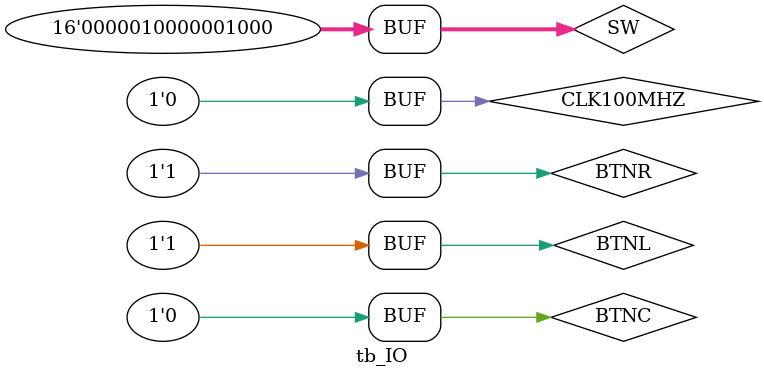
<source format=sv>
`timescale 1ns / 1ps


module tb_IO();

    logic CLK100MHZ,BTNC,BTNL,BTNR;
    logic [15:0] SW;
    logic [7:0] AN;
    logic [6:0] A2G;
    logic [1:0] LED;
   
   
    topmips T(CLK100MHZ,BTNC,BTNL,BTNR,LED,SW,AN,A2G);
    
    initial 
    begin
        #0; BTNC <= 1;
        #2; BTNC <= 0;
        #2; BTNL <= 1; BTNR <= 1;
        #2; SW <= 16'b00000100_00001000;
    end
        
   always 
   begin
    CLK100MHZ <= 1;# 5;CLK100MHZ <= 0;# 5;
   end
   
endmodule

</source>
